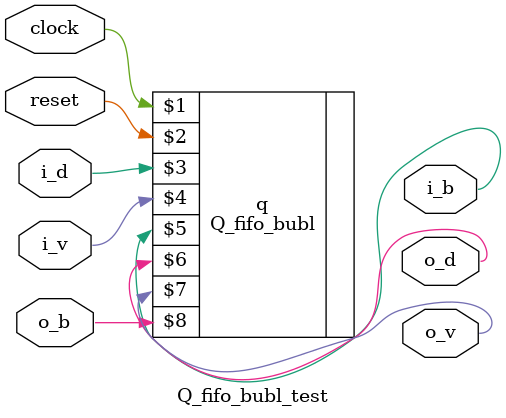
<source format=v>

`include "Q_fifo_bubl.v"

module Q_fifo_bubl_test (clock, reset, i_d, i_v, i_b, o_d, o_v, o_b);

   parameter depth = 1;
   parameter width = 1;
   
   input     clock;
   input     reset;
   
   input  [width-1:0] i_d;
   input              i_v;
   output             i_b;

   output [width-1:0] o_d;
   output             o_v;
   input              o_b;

   Q_fifo_bubl #(depth, width) q (clock, reset, i_d, i_v, i_b, o_d, o_v, o_b);

endmodule // Q_fifo_bubl_test

</source>
